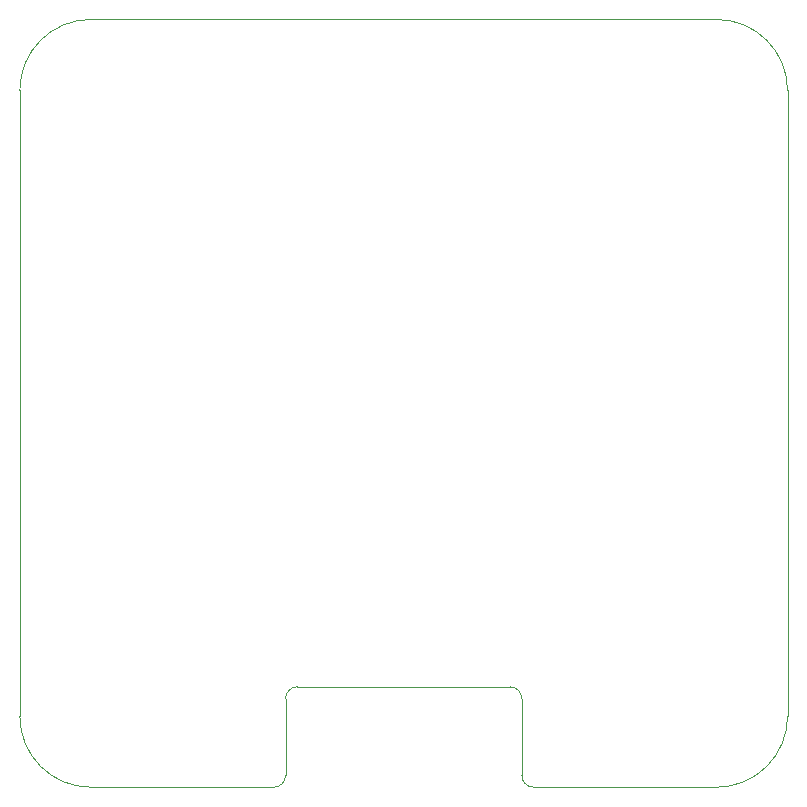
<source format=gbr>
%TF.GenerationSoftware,KiCad,Pcbnew,(6.0.4)*%
%TF.CreationDate,2022-05-02T14:14:32+02:00*%
%TF.ProjectId,HB-SEN-BME280_EXP625,48422d53-454e-42d4-924d-453238305f45,1.0*%
%TF.SameCoordinates,Original*%
%TF.FileFunction,Profile,NP*%
%FSLAX46Y46*%
G04 Gerber Fmt 4.6, Leading zero omitted, Abs format (unit mm)*
G04 Created by KiCad (PCBNEW (6.0.4)) date 2022-05-02 14:14:32*
%MOMM*%
%LPD*%
G01*
G04 APERTURE LIST*
%TA.AperFunction,Profile*%
%ADD10C,0.100000*%
%TD*%
G04 APERTURE END LIST*
D10*
X155100000Y-120250000D02*
G75*
G03*
X154100000Y-119250000I-1000000J0D01*
G01*
X177600000Y-68750000D02*
G75*
G03*
X171600000Y-62750000I-6000000J0D01*
G01*
X171600000Y-127750000D02*
G75*
G03*
X177600000Y-121750000I0J6000000D01*
G01*
X136100000Y-119250000D02*
X154100000Y-119250000D01*
X118600000Y-62750000D02*
G75*
G03*
X112600000Y-68750000I0J-6000000D01*
G01*
X135100000Y-126750000D02*
X135100000Y-120250000D01*
X155100000Y-120250000D02*
X155100000Y-126750000D01*
X177600000Y-68750000D02*
X177600000Y-121750000D01*
X112600000Y-68750000D02*
X112600000Y-121750000D01*
X136100000Y-119250000D02*
G75*
G03*
X135100000Y-120250000I0J-1000000D01*
G01*
X155100000Y-126750000D02*
G75*
G03*
X156100000Y-127750000I1000000J0D01*
G01*
X156100000Y-127750000D02*
X171600000Y-127750000D01*
X134100000Y-127750000D02*
G75*
G03*
X135100000Y-126750000I0J1000000D01*
G01*
X112600000Y-121750000D02*
G75*
G03*
X118600000Y-127750000I6000000J0D01*
G01*
X118600000Y-62750000D02*
X171600000Y-62750000D01*
X118600000Y-127750000D02*
X134100000Y-127750000D01*
M02*

</source>
